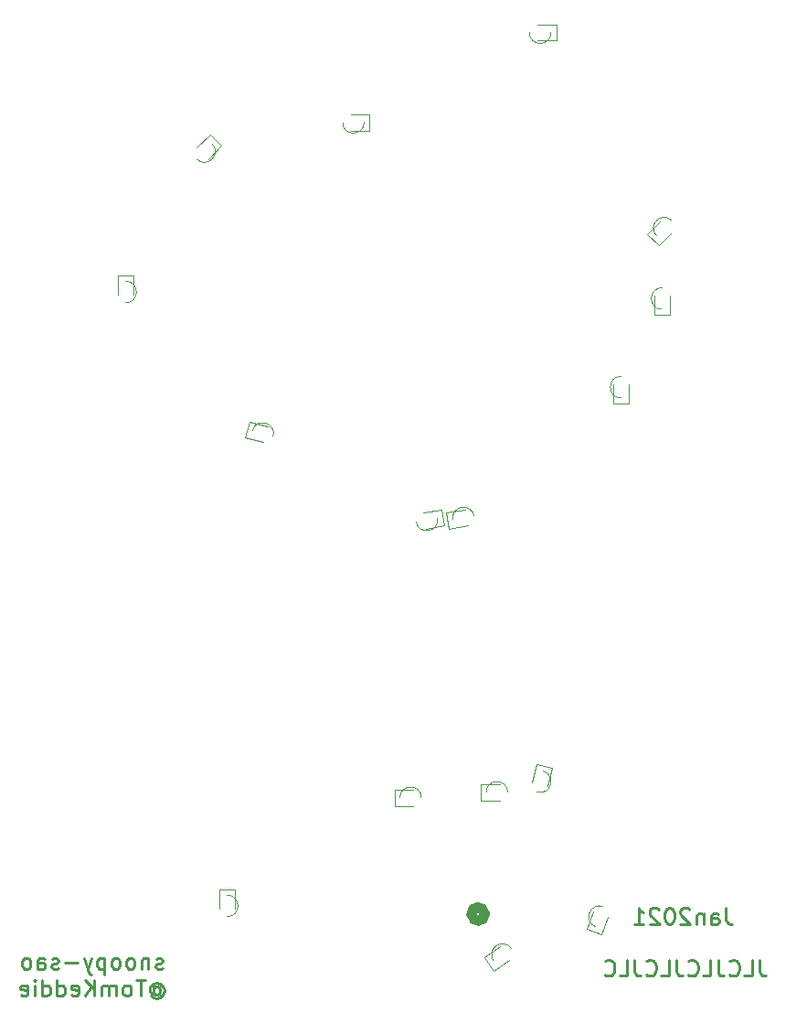
<source format=gbr>
%TF.GenerationSoftware,KiCad,Pcbnew,5.1.7-a382d34a8~88~ubuntu20.04.1*%
%TF.CreationDate,2021-01-15T03:25:47-08:00*%
%TF.ProjectId,snoopy-sao,736e6f6f-7079-42d7-9361-6f2e6b696361,rev?*%
%TF.SameCoordinates,Original*%
%TF.FileFunction,Legend,Bot*%
%TF.FilePolarity,Positive*%
%FSLAX46Y46*%
G04 Gerber Fmt 4.6, Leading zero omitted, Abs format (unit mm)*
G04 Created by KiCad (PCBNEW 5.1.7-a382d34a8~88~ubuntu20.04.1) date 2021-01-15 03:25:47*
%MOMM*%
%LPD*%
G01*
G04 APERTURE LIST*
%ADD10C,0.250000*%
%ADD11C,0.120000*%
%ADD12C,1.000000*%
G04 APERTURE END LIST*
D10*
X133828571Y-143978571D02*
X133828571Y-145050000D01*
X133900000Y-145264285D01*
X134042857Y-145407142D01*
X134257142Y-145478571D01*
X134400000Y-145478571D01*
X132400000Y-145478571D02*
X133114285Y-145478571D01*
X133114285Y-143978571D01*
X131042857Y-145335714D02*
X131114285Y-145407142D01*
X131328571Y-145478571D01*
X131471428Y-145478571D01*
X131685714Y-145407142D01*
X131828571Y-145264285D01*
X131900000Y-145121428D01*
X131971428Y-144835714D01*
X131971428Y-144621428D01*
X131900000Y-144335714D01*
X131828571Y-144192857D01*
X131685714Y-144050000D01*
X131471428Y-143978571D01*
X131328571Y-143978571D01*
X131114285Y-144050000D01*
X131042857Y-144121428D01*
X129971428Y-143978571D02*
X129971428Y-145050000D01*
X130042857Y-145264285D01*
X130185714Y-145407142D01*
X130400000Y-145478571D01*
X130542857Y-145478571D01*
X128542857Y-145478571D02*
X129257142Y-145478571D01*
X129257142Y-143978571D01*
X127185714Y-145335714D02*
X127257142Y-145407142D01*
X127471428Y-145478571D01*
X127614285Y-145478571D01*
X127828571Y-145407142D01*
X127971428Y-145264285D01*
X128042857Y-145121428D01*
X128114285Y-144835714D01*
X128114285Y-144621428D01*
X128042857Y-144335714D01*
X127971428Y-144192857D01*
X127828571Y-144050000D01*
X127614285Y-143978571D01*
X127471428Y-143978571D01*
X127257142Y-144050000D01*
X127185714Y-144121428D01*
X126114285Y-143978571D02*
X126114285Y-145050000D01*
X126185714Y-145264285D01*
X126328571Y-145407142D01*
X126542857Y-145478571D01*
X126685714Y-145478571D01*
X124685714Y-145478571D02*
X125400000Y-145478571D01*
X125400000Y-143978571D01*
X123328571Y-145335714D02*
X123400000Y-145407142D01*
X123614285Y-145478571D01*
X123757142Y-145478571D01*
X123971428Y-145407142D01*
X124114285Y-145264285D01*
X124185714Y-145121428D01*
X124257142Y-144835714D01*
X124257142Y-144621428D01*
X124185714Y-144335714D01*
X124114285Y-144192857D01*
X123971428Y-144050000D01*
X123757142Y-143978571D01*
X123614285Y-143978571D01*
X123400000Y-144050000D01*
X123328571Y-144121428D01*
X122257142Y-143978571D02*
X122257142Y-145050000D01*
X122328571Y-145264285D01*
X122471428Y-145407142D01*
X122685714Y-145478571D01*
X122828571Y-145478571D01*
X120828571Y-145478571D02*
X121542857Y-145478571D01*
X121542857Y-143978571D01*
X119471428Y-145335714D02*
X119542857Y-145407142D01*
X119757142Y-145478571D01*
X119900000Y-145478571D01*
X120114285Y-145407142D01*
X120257142Y-145264285D01*
X120328571Y-145121428D01*
X120400000Y-144835714D01*
X120400000Y-144621428D01*
X120328571Y-144335714D01*
X120257142Y-144192857D01*
X120114285Y-144050000D01*
X119900000Y-143978571D01*
X119757142Y-143978571D01*
X119542857Y-144050000D01*
X119471428Y-144121428D01*
X130700000Y-139178571D02*
X130700000Y-140250000D01*
X130771428Y-140464285D01*
X130914285Y-140607142D01*
X131128571Y-140678571D01*
X131271428Y-140678571D01*
X129342857Y-140678571D02*
X129342857Y-139892857D01*
X129414285Y-139750000D01*
X129557142Y-139678571D01*
X129842857Y-139678571D01*
X129985714Y-139750000D01*
X129342857Y-140607142D02*
X129485714Y-140678571D01*
X129842857Y-140678571D01*
X129985714Y-140607142D01*
X130057142Y-140464285D01*
X130057142Y-140321428D01*
X129985714Y-140178571D01*
X129842857Y-140107142D01*
X129485714Y-140107142D01*
X129342857Y-140035714D01*
X128628571Y-139678571D02*
X128628571Y-140678571D01*
X128628571Y-139821428D02*
X128557142Y-139750000D01*
X128414285Y-139678571D01*
X128200000Y-139678571D01*
X128057142Y-139750000D01*
X127985714Y-139892857D01*
X127985714Y-140678571D01*
X127342857Y-139321428D02*
X127271428Y-139250000D01*
X127128571Y-139178571D01*
X126771428Y-139178571D01*
X126628571Y-139250000D01*
X126557142Y-139321428D01*
X126485714Y-139464285D01*
X126485714Y-139607142D01*
X126557142Y-139821428D01*
X127414285Y-140678571D01*
X126485714Y-140678571D01*
X125557142Y-139178571D02*
X125414285Y-139178571D01*
X125271428Y-139250000D01*
X125200000Y-139321428D01*
X125128571Y-139464285D01*
X125057142Y-139750000D01*
X125057142Y-140107142D01*
X125128571Y-140392857D01*
X125200000Y-140535714D01*
X125271428Y-140607142D01*
X125414285Y-140678571D01*
X125557142Y-140678571D01*
X125700000Y-140607142D01*
X125771428Y-140535714D01*
X125842857Y-140392857D01*
X125914285Y-140107142D01*
X125914285Y-139750000D01*
X125842857Y-139464285D01*
X125771428Y-139321428D01*
X125700000Y-139250000D01*
X125557142Y-139178571D01*
X124485714Y-139321428D02*
X124414285Y-139250000D01*
X124271428Y-139178571D01*
X123914285Y-139178571D01*
X123771428Y-139250000D01*
X123700000Y-139321428D01*
X123628571Y-139464285D01*
X123628571Y-139607142D01*
X123700000Y-139821428D01*
X124557142Y-140678571D01*
X123628571Y-140678571D01*
X122200000Y-140678571D02*
X123057142Y-140678571D01*
X122628571Y-140678571D02*
X122628571Y-139178571D01*
X122771428Y-139392857D01*
X122914285Y-139535714D01*
X123057142Y-139607142D01*
X78500000Y-144757142D02*
X78357142Y-144828571D01*
X78071428Y-144828571D01*
X77928571Y-144757142D01*
X77857142Y-144614285D01*
X77857142Y-144542857D01*
X77928571Y-144400000D01*
X78071428Y-144328571D01*
X78285714Y-144328571D01*
X78428571Y-144257142D01*
X78500000Y-144114285D01*
X78500000Y-144042857D01*
X78428571Y-143900000D01*
X78285714Y-143828571D01*
X78071428Y-143828571D01*
X77928571Y-143900000D01*
X77214285Y-143828571D02*
X77214285Y-144828571D01*
X77214285Y-143971428D02*
X77142857Y-143900000D01*
X77000000Y-143828571D01*
X76785714Y-143828571D01*
X76642857Y-143900000D01*
X76571428Y-144042857D01*
X76571428Y-144828571D01*
X75642857Y-144828571D02*
X75785714Y-144757142D01*
X75857142Y-144685714D01*
X75928571Y-144542857D01*
X75928571Y-144114285D01*
X75857142Y-143971428D01*
X75785714Y-143900000D01*
X75642857Y-143828571D01*
X75428571Y-143828571D01*
X75285714Y-143900000D01*
X75214285Y-143971428D01*
X75142857Y-144114285D01*
X75142857Y-144542857D01*
X75214285Y-144685714D01*
X75285714Y-144757142D01*
X75428571Y-144828571D01*
X75642857Y-144828571D01*
X74285714Y-144828571D02*
X74428571Y-144757142D01*
X74500000Y-144685714D01*
X74571428Y-144542857D01*
X74571428Y-144114285D01*
X74500000Y-143971428D01*
X74428571Y-143900000D01*
X74285714Y-143828571D01*
X74071428Y-143828571D01*
X73928571Y-143900000D01*
X73857142Y-143971428D01*
X73785714Y-144114285D01*
X73785714Y-144542857D01*
X73857142Y-144685714D01*
X73928571Y-144757142D01*
X74071428Y-144828571D01*
X74285714Y-144828571D01*
X73142857Y-143828571D02*
X73142857Y-145328571D01*
X73142857Y-143900000D02*
X73000000Y-143828571D01*
X72714285Y-143828571D01*
X72571428Y-143900000D01*
X72500000Y-143971428D01*
X72428571Y-144114285D01*
X72428571Y-144542857D01*
X72500000Y-144685714D01*
X72571428Y-144757142D01*
X72714285Y-144828571D01*
X73000000Y-144828571D01*
X73142857Y-144757142D01*
X71928571Y-143828571D02*
X71571428Y-144828571D01*
X71214285Y-143828571D02*
X71571428Y-144828571D01*
X71714285Y-145185714D01*
X71785714Y-145257142D01*
X71928571Y-145328571D01*
X70642857Y-144257142D02*
X69500000Y-144257142D01*
X68857142Y-144757142D02*
X68714285Y-144828571D01*
X68428571Y-144828571D01*
X68285714Y-144757142D01*
X68214285Y-144614285D01*
X68214285Y-144542857D01*
X68285714Y-144400000D01*
X68428571Y-144328571D01*
X68642857Y-144328571D01*
X68785714Y-144257142D01*
X68857142Y-144114285D01*
X68857142Y-144042857D01*
X68785714Y-143900000D01*
X68642857Y-143828571D01*
X68428571Y-143828571D01*
X68285714Y-143900000D01*
X66928571Y-144828571D02*
X66928571Y-144042857D01*
X67000000Y-143900000D01*
X67142857Y-143828571D01*
X67428571Y-143828571D01*
X67571428Y-143900000D01*
X66928571Y-144757142D02*
X67071428Y-144828571D01*
X67428571Y-144828571D01*
X67571428Y-144757142D01*
X67642857Y-144614285D01*
X67642857Y-144471428D01*
X67571428Y-144328571D01*
X67428571Y-144257142D01*
X67071428Y-144257142D01*
X66928571Y-144185714D01*
X66000000Y-144828571D02*
X66142857Y-144757142D01*
X66214285Y-144685714D01*
X66285714Y-144542857D01*
X66285714Y-144114285D01*
X66214285Y-143971428D01*
X66142857Y-143900000D01*
X66000000Y-143828571D01*
X65785714Y-143828571D01*
X65642857Y-143900000D01*
X65571428Y-143971428D01*
X65500000Y-144114285D01*
X65500000Y-144542857D01*
X65571428Y-144685714D01*
X65642857Y-144757142D01*
X65785714Y-144828571D01*
X66000000Y-144828571D01*
X77678571Y-146614285D02*
X77750000Y-146542857D01*
X77892857Y-146471428D01*
X78035714Y-146471428D01*
X78178571Y-146542857D01*
X78250000Y-146614285D01*
X78321428Y-146757142D01*
X78321428Y-146900000D01*
X78250000Y-147042857D01*
X78178571Y-147114285D01*
X78035714Y-147185714D01*
X77892857Y-147185714D01*
X77750000Y-147114285D01*
X77678571Y-147042857D01*
X77678571Y-146471428D02*
X77678571Y-147042857D01*
X77607142Y-147114285D01*
X77535714Y-147114285D01*
X77392857Y-147042857D01*
X77321428Y-146900000D01*
X77321428Y-146542857D01*
X77464285Y-146328571D01*
X77678571Y-146185714D01*
X77964285Y-146114285D01*
X78250000Y-146185714D01*
X78464285Y-146328571D01*
X78607142Y-146542857D01*
X78678571Y-146828571D01*
X78607142Y-147114285D01*
X78464285Y-147328571D01*
X78250000Y-147471428D01*
X77964285Y-147542857D01*
X77678571Y-147471428D01*
X77464285Y-147328571D01*
X76892857Y-145828571D02*
X76035714Y-145828571D01*
X76464285Y-147328571D02*
X76464285Y-145828571D01*
X75321428Y-147328571D02*
X75464285Y-147257142D01*
X75535714Y-147185714D01*
X75607142Y-147042857D01*
X75607142Y-146614285D01*
X75535714Y-146471428D01*
X75464285Y-146400000D01*
X75321428Y-146328571D01*
X75107142Y-146328571D01*
X74964285Y-146400000D01*
X74892857Y-146471428D01*
X74821428Y-146614285D01*
X74821428Y-147042857D01*
X74892857Y-147185714D01*
X74964285Y-147257142D01*
X75107142Y-147328571D01*
X75321428Y-147328571D01*
X74178571Y-147328571D02*
X74178571Y-146328571D01*
X74178571Y-146471428D02*
X74107142Y-146400000D01*
X73964285Y-146328571D01*
X73750000Y-146328571D01*
X73607142Y-146400000D01*
X73535714Y-146542857D01*
X73535714Y-147328571D01*
X73535714Y-146542857D02*
X73464285Y-146400000D01*
X73321428Y-146328571D01*
X73107142Y-146328571D01*
X72964285Y-146400000D01*
X72892857Y-146542857D01*
X72892857Y-147328571D01*
X72178571Y-147328571D02*
X72178571Y-145828571D01*
X71321428Y-147328571D02*
X71964285Y-146471428D01*
X71321428Y-145828571D02*
X72178571Y-146685714D01*
X70107142Y-147257142D02*
X70250000Y-147328571D01*
X70535714Y-147328571D01*
X70678571Y-147257142D01*
X70750000Y-147114285D01*
X70750000Y-146542857D01*
X70678571Y-146400000D01*
X70535714Y-146328571D01*
X70250000Y-146328571D01*
X70107142Y-146400000D01*
X70035714Y-146542857D01*
X70035714Y-146685714D01*
X70750000Y-146828571D01*
X68750000Y-147328571D02*
X68750000Y-145828571D01*
X68750000Y-147257142D02*
X68892857Y-147328571D01*
X69178571Y-147328571D01*
X69321428Y-147257142D01*
X69392857Y-147185714D01*
X69464285Y-147042857D01*
X69464285Y-146614285D01*
X69392857Y-146471428D01*
X69321428Y-146400000D01*
X69178571Y-146328571D01*
X68892857Y-146328571D01*
X68750000Y-146400000D01*
X67392857Y-147328571D02*
X67392857Y-145828571D01*
X67392857Y-147257142D02*
X67535714Y-147328571D01*
X67821428Y-147328571D01*
X67964285Y-147257142D01*
X68035714Y-147185714D01*
X68107142Y-147042857D01*
X68107142Y-146614285D01*
X68035714Y-146471428D01*
X67964285Y-146400000D01*
X67821428Y-146328571D01*
X67535714Y-146328571D01*
X67392857Y-146400000D01*
X66678571Y-147328571D02*
X66678571Y-146328571D01*
X66678571Y-145828571D02*
X66750000Y-145900000D01*
X66678571Y-145971428D01*
X66607142Y-145900000D01*
X66678571Y-145828571D01*
X66678571Y-145971428D01*
X65392857Y-147257142D02*
X65535714Y-147328571D01*
X65821428Y-147328571D01*
X65964285Y-147257142D01*
X66035714Y-147114285D01*
X66035714Y-146542857D01*
X65964285Y-146400000D01*
X65821428Y-146328571D01*
X65535714Y-146328571D01*
X65392857Y-146400000D01*
X65321428Y-146542857D01*
X65321428Y-146685714D01*
X66035714Y-146828571D01*
D11*
%TO.C,D16*%
X97700000Y-65750000D02*
X95950000Y-65750000D01*
X97700000Y-65750000D02*
X97700000Y-67250000D01*
X97700000Y-67250000D02*
X95950000Y-67250000D01*
X95200000Y-66500000D02*
G75*
G03*
X97200000Y-66500000I1000000J0D01*
G01*
%TO.C,D15*%
X82930330Y-67609010D02*
X81692893Y-68846447D01*
X82930330Y-67609010D02*
X83990990Y-68669670D01*
X83990990Y-68669670D02*
X82753553Y-69907107D01*
X81692893Y-69907107D02*
G75*
G03*
X83107107Y-68492893I707107J707107D01*
G01*
%TO.C,D14*%
X86156997Y-95636216D02*
X87847367Y-96089149D01*
X86156997Y-95636216D02*
X86545226Y-94187327D01*
X86545226Y-94187327D02*
X88235596Y-94640260D01*
X88765926Y-95558819D02*
G75*
G03*
X86834074Y-95041181I-965926J258819D01*
G01*
%TO.C,D13*%
X74350000Y-80700000D02*
X74350000Y-82450000D01*
X74350000Y-80700000D02*
X75850000Y-80700000D01*
X75850000Y-80700000D02*
X75850000Y-82450000D01*
X75100000Y-83200000D02*
G75*
G03*
X75100000Y-81200000I0J1000000D01*
G01*
%TO.C,D12*%
X121750000Y-92500000D02*
X121750000Y-90750000D01*
X121750000Y-92500000D02*
X120250000Y-92500000D01*
X120250000Y-92500000D02*
X120250000Y-90750000D01*
X121000000Y-90000000D02*
G75*
G03*
X121000000Y-92000000I0J-1000000D01*
G01*
%TO.C,D11*%
X115000000Y-57450000D02*
X113250000Y-57450000D01*
X115000000Y-57450000D02*
X115000000Y-58950000D01*
X115000000Y-58950000D02*
X113250000Y-58950000D01*
X112500000Y-58200000D02*
G75*
G03*
X114500000Y-58200000I1000000J0D01*
G01*
%TO.C,D10*%
X124469670Y-77890990D02*
X125707107Y-76653553D01*
X124469670Y-77890990D02*
X123409010Y-76830330D01*
X123409010Y-76830330D02*
X124646447Y-75592893D01*
X125707107Y-75592893D02*
G75*
G03*
X124292893Y-77007107I-707107J-707107D01*
G01*
%TO.C,D9*%
X125550000Y-84300000D02*
X125550000Y-82550000D01*
X125550000Y-84300000D02*
X124050000Y-84300000D01*
X124050000Y-84300000D02*
X124050000Y-82550000D01*
X124800000Y-81800000D02*
G75*
G03*
X124800000Y-83800000I0J-1000000D01*
G01*
%TO.C,D8*%
X113163784Y-125856997D02*
X112710851Y-127547367D01*
X113163784Y-125856997D02*
X114612673Y-126245226D01*
X114612673Y-126245226D02*
X114159740Y-127935596D01*
X113241181Y-128465926D02*
G75*
G03*
X113758819Y-126534074I258819J965926D01*
G01*
%TO.C,D7*%
X108000000Y-129250000D02*
X109750000Y-129250000D01*
X108000000Y-129250000D02*
X108000000Y-127750000D01*
X108000000Y-127750000D02*
X109750000Y-127750000D01*
X110500000Y-128500000D02*
G75*
G03*
X108500000Y-128500000I-1000000J0D01*
G01*
%TO.C,D6*%
X105053025Y-104099078D02*
X106776438Y-103795194D01*
X105053025Y-104099078D02*
X104792552Y-102621866D01*
X104792552Y-102621866D02*
X106515966Y-102317982D01*
X107384808Y-102926352D02*
G75*
G03*
X105415192Y-103273648I-984808J-173648D01*
G01*
%TO.C,D5*%
X104346975Y-102300922D02*
X102623562Y-102604806D01*
X104346975Y-102300922D02*
X104607448Y-103778134D01*
X104607448Y-103778134D02*
X102884034Y-104082018D01*
X102015192Y-103473648D02*
G75*
G03*
X103984808Y-103126352I984808J173648D01*
G01*
%TO.C,D4*%
X100000000Y-129750000D02*
X101750000Y-129750000D01*
X100000000Y-129750000D02*
X100000000Y-128250000D01*
X100000000Y-128250000D02*
X101750000Y-128250000D01*
X102500000Y-129000000D02*
G75*
G03*
X100500000Y-129000000I-1000000J0D01*
G01*
%TO.C,D3*%
X119191739Y-141666054D02*
X119790275Y-140021592D01*
X119191739Y-141666054D02*
X117782200Y-141153024D01*
X117782200Y-141153024D02*
X118380736Y-139508562D01*
X119342020Y-139060307D02*
G75*
G03*
X118657980Y-140939693I-342020J-939693D01*
G01*
%TO.C,D2*%
X83750000Y-137500000D02*
X83750000Y-139250000D01*
X83750000Y-137500000D02*
X85250000Y-137500000D01*
X85250000Y-137500000D02*
X85250000Y-139250000D01*
X84500000Y-140000000D02*
G75*
G03*
X84500000Y-138000000I0J1000000D01*
G01*
%TO.C,D1*%
X109201454Y-144974729D02*
X110634970Y-143970970D01*
X109201454Y-144974729D02*
X108341090Y-143746001D01*
X108341090Y-143746001D02*
X109774606Y-142742242D01*
X110819152Y-142926424D02*
G75*
G03*
X109180848Y-144073576I-819152J-573576D01*
G01*
D12*
%TO.C,X1*%
X108350000Y-139750000D02*
G75*
G03*
X108350000Y-139750000I-600000J0D01*
G01*
%TD*%
M02*

</source>
